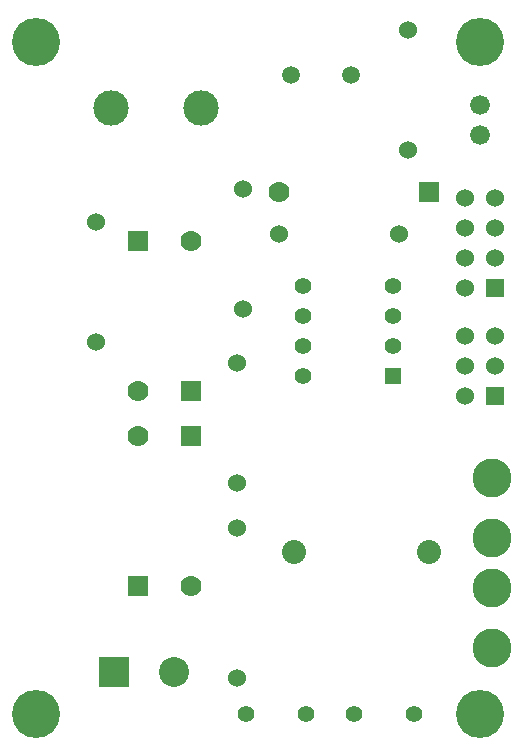
<source format=gbs>
G04 (created by PCBNEW (2013-jul-07)-stable) date Tue 04 Mar 2014 11:11:28 PM PST*
%MOIN*%
G04 Gerber Fmt 3.4, Leading zero omitted, Abs format*
%FSLAX34Y34*%
G01*
G70*
G90*
G04 APERTURE LIST*
%ADD10C,0.00590551*%
%ADD11C,0.08*%
%ADD12C,0.06*%
%ADD13R,0.06X0.06*%
%ADD14C,0.0591*%
%ADD15R,0.055X0.055*%
%ADD16C,0.055*%
%ADD17C,0.07*%
%ADD18R,0.07X0.07*%
%ADD19C,0.1181*%
%ADD20C,0.16*%
%ADD21C,0.129921*%
%ADD22R,0.1X0.1*%
%ADD23C,0.1*%
%ADD24C,0.066*%
G04 APERTURE END LIST*
G54D10*
G54D11*
X67200Y-38600D03*
X71700Y-38600D03*
G54D12*
X65300Y-32300D03*
X65300Y-36300D03*
G54D13*
X73900Y-33400D03*
G54D12*
X72900Y-33400D03*
X73900Y-32400D03*
X72900Y-32400D03*
X73900Y-31400D03*
X72900Y-31400D03*
G54D14*
X67100Y-22700D03*
X69100Y-22700D03*
G54D15*
X70500Y-32750D03*
G54D16*
X70500Y-31750D03*
X70500Y-30750D03*
X70500Y-29750D03*
X67500Y-29750D03*
X67500Y-30750D03*
X67500Y-31750D03*
X67500Y-32750D03*
G54D17*
X66700Y-26600D03*
G54D18*
X71700Y-26600D03*
G54D17*
X62000Y-34750D03*
G54D18*
X62000Y-39750D03*
G54D17*
X63750Y-28250D03*
G54D18*
X63750Y-33250D03*
G54D17*
X62000Y-33250D03*
G54D18*
X62000Y-28250D03*
G54D17*
X63750Y-39750D03*
G54D18*
X63750Y-34750D03*
G54D19*
X64100Y-23800D03*
X61100Y-23800D03*
G54D20*
X58600Y-21600D03*
X58600Y-44000D03*
X73400Y-21600D03*
X73400Y-44000D03*
G54D12*
X65500Y-30500D03*
X65500Y-26500D03*
X66700Y-28000D03*
X70700Y-28000D03*
X60600Y-31600D03*
X60600Y-27600D03*
X65300Y-37800D03*
X65300Y-42800D03*
G54D21*
X73800Y-41800D03*
X73800Y-39810D03*
X73800Y-38140D03*
X73800Y-36140D03*
G54D16*
X65600Y-44000D03*
X67600Y-44000D03*
X71200Y-44000D03*
X69200Y-44000D03*
G54D13*
X73900Y-29800D03*
G54D12*
X72900Y-29800D03*
X73900Y-28800D03*
X72900Y-28800D03*
X73900Y-27800D03*
X72900Y-27800D03*
X73900Y-26800D03*
X72900Y-26800D03*
G54D22*
X61200Y-42600D03*
G54D23*
X63200Y-42600D03*
G54D12*
X71000Y-25200D03*
X71000Y-21200D03*
G54D24*
X73400Y-24700D03*
X73400Y-23700D03*
M02*

</source>
